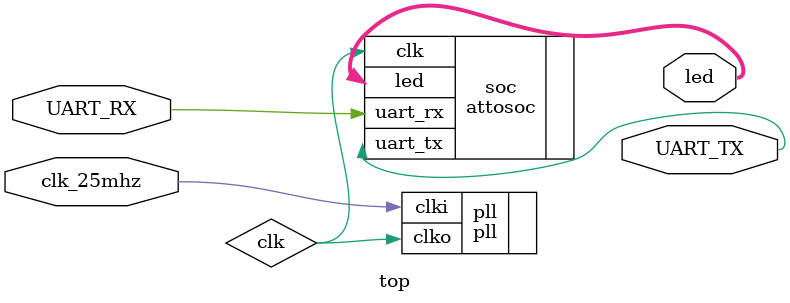
<source format=v>

module top(
    input clk_25mhz,
    output [7:0] led,
    output UART_TX,
    input UART_RX,
);

wire clk;
pll pll(
    .clki(clk_25mhz),
    .clko(clk)
);
attosoc soc(
    .clk(clk),
    .led(led),
    .uart_tx(UART_TX),
    .uart_rx(UART_RX)
);
endmodule

</source>
